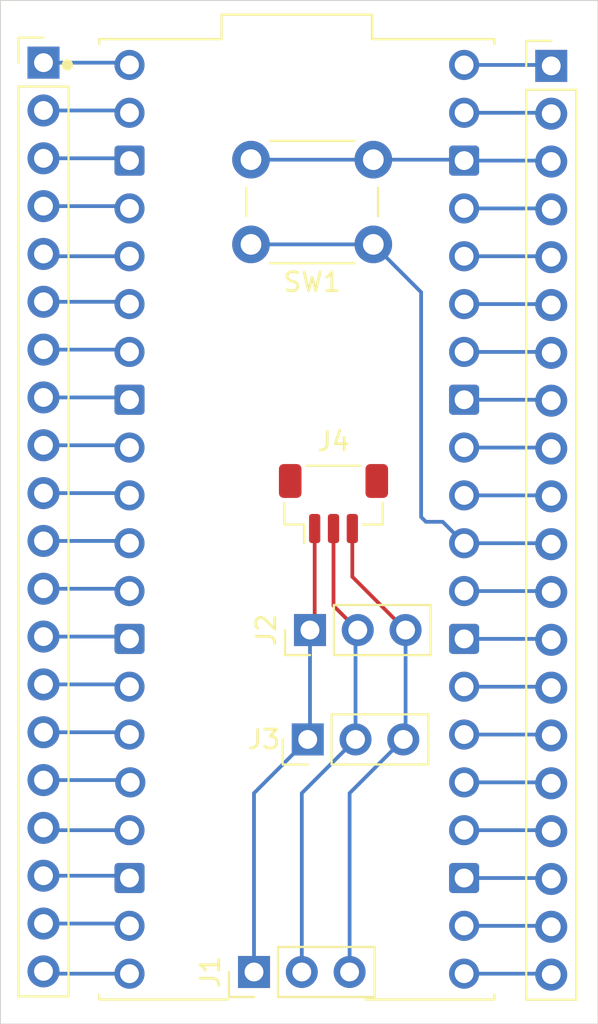
<source format=kicad_pcb>
(kicad_pcb (version 20240108) (generator "pcbnew") (generator_version "8.0")
  (layers (0 "F.Cu" signal) (31 "B.Cu" signal) (34 "B.Paste" user) (35 "F.Paste" user) (36 "B.SilkS" user "B.Silkscreen") (37 "F.SilkS" user "F.Silkscreen") (38 "B.Mask" user) (39 "F.Mask" user) (44 "Edge.Cuts" user))
  (net 0 "")
  (net 1 "Net-(A1-VSYS)")
  (net 2 "Net-(A1-GP8)")
  (net 3 "Net-(A1-GP19)")
  (net 4 "Net-(A1-AGND)")
  (net 5 "Net-(J6-Pin_13)")
  (net 6 "Net-(A1-GP2)")
  (net 7 "Net-(A1-GP9)")
  (net 8 "Net-(A1-GP20)")
  (net 9 "Net-(J5-Pin_3)")
  (net 10 "Net-(A1-3V3_OUT)")
  (net 11 "Net-(A1-GP18)")
  (net 12 "Net-(A1-GP5)")
  (net 13 "Net-(J5-Pin_13)")
  (net 14 "Net-(A1-GP12)")
  (net 15 "Net-(A1-GP26)")
  (net 16 "Net-(A1-GP7)")
  (net 17 "Net-(A1-3V3_EN)")
  (net 18 "Net-(A1-GP22)")
  (net 19 "Net-(A1-ADC_VREF)")
  (net 20 "Net-(A1-GP13)")
  (net 21 "Net-(A1-GP17)")
  (net 22 "Net-(A1-VBUS)")
  (net 23 "Net-(A1-GP6)")
  (net 24 "Net-(A1-GP11)")
  (net 25 "Net-(A1-GP4)")
  (net 26 "Net-(A1-GP0)")
  (net 27 "Net-(A1-GP14)")
  (net 28 "Net-(A1-GP16)")
  (net 29 "Net-(A1-GP27)")
  (net 30 "Net-(A1-GP28)")
  (net 31 "Net-(A1-GP21)")
  (net 32 "Net-(A1-GP1)")
  (net 33 "Net-(J5-Pin_18)")
  (net 34 "Net-(A1-GP15)")
  (net 35 "Net-(A1-RUN)")
  (net 36 "Net-(A1-GP10)")
  (net 37 "Net-(A1-GP3)")
  (net 38 "Net-(J1-Pin_1)")
  (net 39 "Net-(J1-Pin_2)")
  (net 40 "Net-(J1-Pin_3)")
  (footprint "Connector_PinHeader_2.54mm:PinHeader_1x03_P2.54mm_Vertical" (layer "F.Cu") (at 56.905 80.55 90)
    (property "Reference" "J1" (at 0 -2.33 90) (layer "F.SilkS"))
    (property "Value" "Conn_01x03_Pin" (hide yes))
    (fp_line (start -1.33 -1.33) (end 0 -1.33) (stroke (width 0.12)) (layer "F.SilkS"))
    (fp_line (start -1.33 0) (end -1.33 -1.33) (stroke (width 0.12)) (layer "F.SilkS"))
    (fp_line (start 1.33 1.27) (end 1.33 6.41) (stroke (width 0.12)) (layer "F.SilkS"))
    (fp_line (start -1.33 1.27) (end 1.33 1.27) (stroke (width 0.12)) (layer "F.SilkS"))
    (fp_line (start -1.33 1.27) (end -1.33 6.41) (stroke (width 0.12)) (layer "F.SilkS"))
    (fp_line (start -1.33 6.41) (end 1.33 6.41) (stroke (width 0.12)) (layer "F.SilkS"))
    (pad "1" thru_hole rect (at 0 0 90) (size 1.7 1.7) (drill 1) (layers "*.Cu" "*.Mask") (net 38 "Net-(J1-Pin_1)"))
    (pad "2" thru_hole oval (at 0 2.54 90) (size 1.7 1.7) (drill 1) (layers "*.Cu" "*.Mask") (net 39 "Net-(J1-Pin_2)"))
    (pad "3" thru_hole oval (at 0 5.08 90) (size 1.7 1.7) (drill 1) (layers "*.Cu" "*.Mask") (net 40 "Net-(J1-Pin_3)"))
  )
  (footprint "Button_Switch_THT:SW_PUSH_6mm" (layer "F.Cu") (at 63.246 41.91 180)
    (property "Reference" "SW1" (at 3.25 -2 0) (layer "F.SilkS"))
    (property "Value" "RESET")
    (fp_line (start 6.75 3) (end 6.75 1.5) (stroke (width 0.12)) (layer "F.SilkS"))
    (fp_line (start 5.5 -1) (end 1 -1) (stroke (width 0.12)) (layer "F.SilkS"))
    (fp_line (start 1 5.5) (end 5.5 5.5) (stroke (width 0.12)) (layer "F.SilkS"))
    (fp_line (start -0.25 1.5) (end -0.25 3) (stroke (width 0.12)) (layer "F.SilkS"))
    (pad "1" thru_hole circle (at 0 0 270) (size 2 2) (drill 1.1) (layers "*.Cu" "*.Mask") (net 35 "Net-(A1-RUN)"))
    (pad "1" thru_hole circle (at 6.5 0 270) (size 2 2) (drill 1.1) (layers "*.Cu" "*.Mask") (net 35 "Net-(A1-RUN)"))
    (pad "2" thru_hole circle (at 0 4.5 270) (size 2 2) (drill 1.1) (layers "*.Cu" "*.Mask") (net 9 "Net-(J5-Pin_3)"))
    (pad "2" thru_hole circle (at 6.5 4.5 270) (size 2 2) (drill 1.1) (layers "*.Cu" "*.Mask") (net 9 "Net-(J5-Pin_3)"))
  )
  (footprint "Raspberry_Pi_Pico_W_Kicad_Files:MODULE_SC0918" (layer "F.Cu") (at 59.18 56.51)
    (property "Reference" "A1" (hide yes))
    (property "Value" "SC0918" (hide yes))
    (fp_line (start -10.5 -25.5) (end -4 -25.5) (stroke (width 0.127)) (layer "F.SilkS"))
    (fp_line (start -10.5 -25.25) (end -10.5 -25.5) (stroke (width 0.127)) (layer "F.SilkS"))
    (fp_line (start -10.5 25.5) (end -10.5 25.25) (stroke (width 0.127)) (layer "F.SilkS"))
    (fp_line (start -4 -26.8) (end 4 -26.8) (stroke (width 0.127)) (layer "F.SilkS"))
    (fp_line (start -4 -25.5) (end -4 -26.8) (stroke (width 0.127)) (layer "F.SilkS"))
    (fp_line (start -3.66 25.5) (end -10.5 25.5) (stroke (width 0.127)) (layer "F.SilkS"))
    (fp_line (start 4 -26.8) (end 4 -25.5) (stroke (width 0.127)) (layer "F.SilkS"))
    (fp_line (start 4 -25.5) (end 10.5 -25.5) (stroke (width 0.127)) (layer "F.SilkS"))
    (fp_line (start 10.5 -25.5) (end 10.5 -25.25) (stroke (width 0.127)) (layer "F.SilkS"))
    (fp_line (start 10.5 25.5) (end 3.66 25.5) (stroke (width 0.127)) (layer "F.SilkS"))
    (fp_line (start 10.5 25.5) (end 10.5 25.25) (stroke (width 0.127)) (layer "F.SilkS"))
    (fp_circle (center -12.19 -24.13) (end -11.99 -24.13) (stroke (width 0.2)) (fill solid) (layer "F.SilkS"))
    (pad "1" thru_hole circle (at -8.89 -24.13) (size 1.6 1.6) (drill 1) (layers "*.Cu" "*.Mask") (net 26 "Net-(A1-GP0)"))
    (pad "2" thru_hole circle (at -8.89 -21.59) (size 1.6 1.6) (drill 1) (layers "*.Cu" "*.Mask") (net 32 "Net-(A1-GP1)"))
    (pad "3" thru_hole roundrect (at -8.89 -19.05) (size 1.6 1.6) (drill 1) (layers "*.Cu" "*.Mask") (roundrect_rratio 0.125) (net 5 "Net-(J6-Pin_13)"))
    (pad "4" thru_hole circle (at -8.89 -16.51) (size 1.6 1.6) (drill 1) (layers "*.Cu" "*.Mask") (net 6 "Net-(A1-GP2)"))
    (pad "5" thru_hole circle (at -8.89 -13.97) (size 1.6 1.6) (drill 1) (layers "*.Cu" "*.Mask") (net 37 "Net-(A1-GP3)"))
    (pad "6" thru_hole circle (at -8.89 -11.43) (size 1.6 1.6) (drill 1) (layers "*.Cu" "*.Mask") (net 25 "Net-(A1-GP4)"))
    (pad "7" thru_hole circle (at -8.89 -8.89) (size 1.6 1.6) (drill 1) (layers "*.Cu" "*.Mask") (net 12 "Net-(A1-GP5)"))
    (pad "8" thru_hole roundrect (at -8.89 -6.35) (size 1.6 1.6) (drill 1) (layers "*.Cu" "*.Mask") (roundrect_rratio 0.125) (net 5 "Net-(J6-Pin_13)"))
    (pad "9" thru_hole circle (at -8.89 -3.81) (size 1.6 1.6) (drill 1) (layers "*.Cu" "*.Mask") (net 23 "Net-(A1-GP6)"))
    (pad "10" thru_hole circle (at -8.89 -1.27) (size 1.6 1.6) (drill 1) (layers "*.Cu" "*.Mask") (net 16 "Net-(A1-GP7)"))
    (pad "11" thru_hole circle (at -8.89 1.27) (size 1.6 1.6) (drill 1) (layers "*.Cu" "*.Mask") (net 2 "Net-(A1-GP8)"))
    (pad "12" thru_hole circle (at -8.89 3.81) (size 1.6 1.6) (drill 1) (layers "*.Cu" "*.Mask") (net 7 "Net-(A1-GP9)"))
    (pad "13" thru_hole roundrect (at -8.89 6.35) (size 1.6 1.6) (drill 1) (layers "*.Cu" "*.Mask") (roundrect_rratio 0.125) (net 5 "Net-(J6-Pin_13)"))
    (pad "14" thru_hole circle (at -8.89 8.89) (size 1.6 1.6) (drill 1) (layers "*.Cu" "*.Mask") (net 36 "Net-(A1-GP10)"))
    (pad "15" thru_hole circle (at -8.89 11.43) (size 1.6 1.6) (drill 1) (layers "*.Cu" "*.Mask") (net 24 "Net-(A1-GP11)"))
    (pad "16" thru_hole circle (at -8.848119 13.97) (size 1.6 1.6) (drill 1) (layers "*.Cu" "*.Mask") (net 14 "Net-(A1-GP12)"))
    (pad "17" thru_hole circle (at -8.89 16.51) (size 1.6 1.6) (drill 1) (layers "*.Cu" "*.Mask") (net 20 "Net-(A1-GP13)"))
    (pad "18" thru_hole roundrect (at -8.89 19.05) (size 1.6 1.6) (drill 1) (layers "*.Cu" "*.Mask") (roundrect_rratio 0.125) (net 5 "Net-(J6-Pin_13)"))
    (pad "19" thru_hole circle (at -8.89 21.59) (size 1.6 1.6) (drill 1) (layers "*.Cu" "*.Mask") (net 27 "Net-(A1-GP14)"))
    (pad "20" thru_hole circle (at -8.89 24.13) (size 1.6 1.6) (drill 1) (layers "*.Cu" "*.Mask") (net 34 "Net-(A1-GP15)"))
    (pad "21" thru_hole circle (at 8.89 24.13) (size 1.6 1.6) (drill 1) (layers "*.Cu" "*.Mask") (net 28 "Net-(A1-GP16)"))
    (pad "22" thru_hole circle (at 8.89 21.59) (size 1.6 1.6) (drill 1) (layers "*.Cu" "*.Mask") (net 21 "Net-(A1-GP17)"))
    (pad "23" thru_hole roundrect (at 8.89 19.05) (size 1.6 1.6) (drill 1) (layers "*.Cu" "*.Mask") (roundrect_rratio 0.125) (net 33 "Net-(J5-Pin_18)"))
    (pad "24" thru_hole circle (at 8.89 16.51) (size 1.6 1.6) (drill 1) (layers "*.Cu" "*.Mask") (net 11 "Net-(A1-GP18)"))
    (pad "25" thru_hole circle (at 8.89 13.97) (size 1.6 1.6) (drill 1) (layers "*.Cu" "*.Mask") (net 3 "Net-(A1-GP19)"))
    (pad "26" thru_hole circle (at 8.89 11.43) (size 1.6 1.6) (drill 1) (layers "*.Cu" "*.Mask") (net 8 "Net-(A1-GP20)"))
    (pad "27" thru_hole circle (at 8.89 8.89) (size 1.6 1.6) (drill 1) (layers "*.Cu" "*.Mask") (net 31 "Net-(A1-GP21)"))
    (pad "28" thru_hole roundrect (at 8.89 6.35) (size 1.6 1.6) (drill 1) (layers "*.Cu" "*.Mask") (roundrect_rratio 0.125) (net 13 "Net-(J5-Pin_13)"))
    (pad "29" thru_hole circle (at 8.89 3.81) (size 1.6 1.6) (drill 1) (layers "*.Cu" "*.Mask") (net 18 "Net-(A1-GP22)"))
    (pad "30" thru_hole circle (at 8.89 1.27) (size 1.6 1.6) (drill 1) (layers "*.Cu" "*.Mask") (net 35 "Net-(A1-RUN)"))
    (pad "31" thru_hole circle (at 8.89 -1.27) (size 1.6 1.6) (drill 1) (layers "*.Cu" "*.Mask") (net 15 "Net-(A1-GP26)"))
    (pad "32" thru_hole circle (at 8.89 -3.81) (size 1.6 1.6) (drill 1) (layers "*.Cu" "*.Mask") (net 29 "Net-(A1-GP27)"))
    (pad "33" thru_hole roundrect (at 8.89 -6.35) (size 1.6 1.6) (drill 1) (layers "*.Cu" "*.Mask") (roundrect_rratio 0.125) (net 4 "Net-(A1-AGND)"))
    (pad "34" thru_hole circle (at 8.89 -8.89) (size 1.6 1.6) (drill 1) (layers "*.Cu" "*.Mask") (net 30 "Net-(A1-GP28)"))
    (pad "35" thru_hole circle (at 8.89 -11.43) (size 1.6 1.6) (drill 1) (layers "*.Cu" "*.Mask") (net 19 "Net-(A1-ADC_VREF)"))
    (pad "36" thru_hole circle (at 8.89 -13.97) (size 1.6 1.6) (drill 1) (layers "*.Cu" "*.Mask") (net 10 "Net-(A1-3V3_OUT)"))
    (pad "37" thru_hole circle (at 8.89 -16.51) (size 1.6 1.6) (drill 1) (layers "*.Cu" "*.Mask") (net 17 "Net-(A1-3V3_EN)"))
    (pad "38" thru_hole roundrect (at 8.89 -19.05) (size 1.6 1.6) (drill 1) (layers "*.Cu" "*.Mask") (roundrect_rratio 0.125) (net 9 "Net-(J5-Pin_3)"))
    (pad "39" thru_hole circle (at 8.89 -21.59) (size 1.6 1.6) (drill 1) (layers "*.Cu" "*.Mask") (net 1 "Net-(A1-VSYS)"))
    (pad "40" thru_hole circle (at 8.89 -24.13) (size 1.6 1.6) (drill 1) (layers "*.Cu" "*.Mask") (net 22 "Net-(A1-VBUS)"))
  )
  (footprint "Connector_PinHeader_2.54mm:PinHeader_1x20_P2.54mm_Vertical" (layer "F.Cu") (at 45.72 32.258)
    (property "Reference" "J6" (hide yes))
    (property "Value" "Conn_01x20_Pin" (hide yes))
    (fp_line (start -1.33 -1.33) (end 0 -1.33) (stroke (width 0.12)) (layer "F.SilkS"))
    (fp_line (start -1.33 0) (end -1.33 -1.33) (stroke (width 0.12)) (layer "F.SilkS"))
    (fp_line (start -1.33 1.27) (end -1.33 49.59) (stroke (width 0.12)) (layer "F.SilkS"))
    (fp_line (start -1.33 1.27) (end 1.33 1.27) (stroke (width 0.12)) (layer "F.SilkS"))
    (fp_line (start -1.33 49.59) (end 1.33 49.59) (stroke (width 0.12)) (layer "F.SilkS"))
    (fp_line (start 1.33 1.27) (end 1.33 49.59) (stroke (width 0.12)) (layer "F.SilkS"))
    (pad "1" thru_hole rect (at 0 0) (size 1.7 1.7) (drill 1) (layers "*.Cu" "*.Mask") (net 26 "Net-(A1-GP0)"))
    (pad "2" thru_hole oval (at 0 2.54) (size 1.7 1.7) (drill 1) (layers "*.Cu" "*.Mask") (net 32 "Net-(A1-GP1)"))
    (pad "3" thru_hole oval (at 0 5.08) (size 1.7 1.7) (drill 1) (layers "*.Cu" "*.Mask") (net 5 "Net-(J6-Pin_13)"))
    (pad "4" thru_hole oval (at 0 7.62) (size 1.7 1.7) (drill 1) (layers "*.Cu" "*.Mask") (net 6 "Net-(A1-GP2)"))
    (pad "5" thru_hole oval (at 0 10.16) (size 1.7 1.7) (drill 1) (layers "*.Cu" "*.Mask") (net 37 "Net-(A1-GP3)"))
    (pad "6" thru_hole oval (at 0 12.7) (size 1.7 1.7) (drill 1) (layers "*.Cu" "*.Mask") (net 25 "Net-(A1-GP4)"))
    (pad "7" thru_hole oval (at 0 15.24) (size 1.7 1.7) (drill 1) (layers "*.Cu" "*.Mask") (net 12 "Net-(A1-GP5)"))
    (pad "8" thru_hole oval (at 0 17.78) (size 1.7 1.7) (drill 1) (layers "*.Cu" "*.Mask") (net 5 "Net-(J6-Pin_13)"))
    (pad "9" thru_hole oval (at 0 20.32) (size 1.7 1.7) (drill 1) (layers "*.Cu" "*.Mask") (net 23 "Net-(A1-GP6)"))
    (pad "10" thru_hole oval (at 0 22.86) (size 1.7 1.7) (drill 1) (layers "*.Cu" "*.Mask") (net 16 "Net-(A1-GP7)"))
    (pad "11" thru_hole oval (at 0 25.4) (size 1.7 1.7) (drill 1) (layers "*.Cu" "*.Mask") (net 2 "Net-(A1-GP8)"))
    (pad "12" thru_hole oval (at 0 27.94) (size 1.7 1.7) (drill 1) (layers "*.Cu" "*.Mask") (net 7 "Net-(A1-GP9)"))
    (pad "13" thru_hole oval (at 0 30.48) (size 1.7 1.7) (drill 1) (layers "*.Cu" "*.Mask") (net 5 "Net-(J6-Pin_13)"))
    (pad "14" thru_hole oval (at 0 33.02) (size 1.7 1.7) (drill 1) (layers "*.Cu" "*.Mask") (net 36 "Net-(A1-GP10)"))
    (pad "15" thru_hole oval (at 0 35.56) (size 1.7 1.7) (drill 1) (layers "*.Cu" "*.Mask") (net 24 "Net-(A1-GP11)"))
    (pad "16" thru_hole oval (at 0 38.1) (size 1.7 1.7) (drill 1) (layers "*.Cu" "*.Mask") (net 14 "Net-(A1-GP12)"))
    (pad "17" thru_hole oval (at 0 40.64) (size 1.7 1.7) (drill 1) (layers "*.Cu" "*.Mask") (net 20 "Net-(A1-GP13)"))
    (pad "18" thru_hole oval (at 0 43.18) (size 1.7 1.7) (drill 1) (layers "*.Cu" "*.Mask") (net 5 "Net-(J6-Pin_13)"))
    (pad "19" thru_hole oval (at 0 45.72) (size 1.7 1.7) (drill 1) (layers "*.Cu" "*.Mask") (net 27 "Net-(A1-GP14)"))
    (pad "20" thru_hole oval (at 0 48.26) (size 1.7 1.7) (drill 1) (layers "*.Cu" "*.Mask") (net 34 "Net-(A1-GP15)"))
  )
  (footprint "Connector_JST:JST_SH_BM03B-SRSS-TB_1x03-1MP_P1.00mm_Vertical" (layer "F.Cu") (at 61.13 55.675)
    (property "Reference" "J4" (at 0 -3.3 0) (layer "F.SilkS"))
    (property "Value" "Conn_01x03_Socket" (hide yes))
    (fp_line (start -2.61 -0.04) (end -2.61 1.11) (stroke (width 0.12)) (layer "F.SilkS"))
    (fp_line (start -2.61 1.11) (end -1.56 1.11) (stroke (width 0.12)) (layer "F.SilkS"))
    (fp_line (start -1.56 1.11) (end -1.56 2.1) (stroke (width 0.12)) (layer "F.SilkS"))
    (fp_line (start -1.44 -2.01) (end 1.44 -2.01) (stroke (width 0.12)) (layer "F.SilkS"))
    (fp_line (start 2.61 -0.04) (end 2.61 1.11) (stroke (width 0.12)) (layer "F.SilkS"))
    (fp_line (start 2.61 1.11) (end 1.56 1.11) (stroke (width 0.12)) (layer "F.SilkS"))
    (pad "1" smd roundrect (at -1 1.325) (size 0.6 1.55) (layers "F.Cu" "F.Paste" "F.Mask") (net 38 "Net-(J1-Pin_1)"))
    (pad "2" smd roundrect (at 0 1.325) (size 0.6 1.55) (layers "F.Cu" "F.Paste" "F.Mask") (net 39 "Net-(J1-Pin_2)"))
    (pad "3" smd roundrect (at 1 1.325) (size 0.6 1.55) (layers "F.Cu" "F.Paste" "F.Mask") (net 40 "Net-(J1-Pin_3)"))
    (pad "MP" smd roundrect (at -2.3 -1.2) (size 1.2 1.8) (layers "F.Cu" "F.Paste" "F.Mask") (roundrect_rratio 0.208333))
    (pad "MP" smd roundrect (at 2.3 -1.2) (size 1.2 1.8) (layers "F.Cu" "F.Paste" "F.Mask") (roundrect_rratio 0.208333))
  )
  (footprint "Connector_PinHeader_2.54mm:PinHeader_1x03_P2.54mm_Vertical" (layer "F.Cu") (at 59.88 62.39 90)
    (property "Reference" "J2" (at 0 -2.33 90) (layer "F.SilkS"))
    (property "Value" "Conn_01x03_Pin" (hide yes))
    (fp_line (start -1.33 -1.33) (end 0 -1.33) (stroke (width 0.12)) (layer "F.SilkS"))
    (fp_line (start -1.33 0) (end -1.33 -1.33) (stroke (width 0.12)) (layer "F.SilkS"))
    (fp_line (start 1.33 1.27) (end 1.33 6.41) (stroke (width 0.12)) (layer "F.SilkS"))
    (fp_line (start -1.33 1.27) (end 1.33 1.27) (stroke (width 0.12)) (layer "F.SilkS"))
    (fp_line (start -1.33 1.27) (end -1.33 6.41) (stroke (width 0.12)) (layer "F.SilkS"))
    (fp_line (start -1.33 6.41) (end 1.33 6.41) (stroke (width 0.12)) (layer "F.SilkS"))
    (pad "1" thru_hole rect (at 0 0 90) (size 1.7 1.7) (drill 1) (layers "*.Cu" "*.Mask") (net 38 "Net-(J1-Pin_1)"))
    (pad "2" thru_hole oval (at 0 2.54 90) (size 1.7 1.7) (drill 1) (layers "*.Cu" "*.Mask") (net 39 "Net-(J1-Pin_2)"))
    (pad "3" thru_hole oval (at 0 5.08 90) (size 1.7 1.7) (drill 1) (layers "*.Cu" "*.Mask") (net 40 "Net-(J1-Pin_3)"))
  )
  (footprint "Connector_PinHeader_2.54mm:PinHeader_1x20_P2.54mm_Vertical" (layer "F.Cu") (at 72.7 32.43)
    (property "Reference" "J5" (hide yes))
    (property "Value" "Conn_01x20_Pin" (hide yes))
    (fp_line (start -1.33 -1.33) (end 0 -1.33) (stroke (width 0.12)) (layer "F.SilkS"))
    (fp_line (start -1.33 0) (end -1.33 -1.33) (stroke (width 0.12)) (layer "F.SilkS"))
    (fp_line (start -1.33 1.27) (end -1.33 49.59) (stroke (width 0.12)) (layer "F.SilkS"))
    (fp_line (start -1.33 1.27) (end 1.33 1.27) (stroke (width 0.12)) (layer "F.SilkS"))
    (fp_line (start -1.33 49.59) (end 1.33 49.59) (stroke (width 0.12)) (layer "F.SilkS"))
    (fp_line (start 1.33 1.27) (end 1.33 49.59) (stroke (width 0.12)) (layer "F.SilkS"))
    (pad "1" thru_hole rect (at 0 0) (size 1.7 1.7) (drill 1) (layers "*.Cu" "*.Mask") (net 22 "Net-(A1-VBUS)"))
    (pad "2" thru_hole oval (at 0 2.54) (size 1.7 1.7) (drill 1) (layers "*.Cu" "*.Mask") (net 1 "Net-(A1-VSYS)"))
    (pad "3" thru_hole oval (at 0 5.08) (size 1.7 1.7) (drill 1) (layers "*.Cu" "*.Mask") (net 9 "Net-(J5-Pin_3)"))
    (pad "4" thru_hole oval (at 0 7.62) (size 1.7 1.7) (drill 1) (layers "*.Cu" "*.Mask") (net 17 "Net-(A1-3V3_EN)"))
    (pad "5" thru_hole oval (at 0 10.16) (size 1.7 1.7) (drill 1) (layers "*.Cu" "*.Mask") (net 10 "Net-(A1-3V3_OUT)"))
    (pad "6" thru_hole oval (at 0 12.7) (size 1.7 1.7) (drill 1) (layers "*.Cu" "*.Mask") (net 19 "Net-(A1-ADC_VREF)"))
    (pad "7" thru_hole oval (at 0 15.24) (size 1.7 1.7) (drill 1) (layers "*.Cu" "*.Mask") (net 30 "Net-(A1-GP28)"))
    (pad "8" thru_hole oval (at 0 17.78) (size 1.7 1.7) (drill 1) (layers "*.Cu" "*.Mask") (net 4 "Net-(A1-AGND)"))
    (pad "9" thru_hole oval (at 0 20.32) (size 1.7 1.7) (drill 1) (layers "*.Cu" "*.Mask") (net 29 "Net-(A1-GP27)"))
    (pad "10" thru_hole oval (at 0 22.86) (size 1.7 1.7) (drill 1) (layers "*.Cu" "*.Mask") (net 15 "Net-(A1-GP26)"))
    (pad "11" thru_hole oval (at 0 25.4) (size 1.7 1.7) (drill 1) (layers "*.Cu" "*.Mask") (net 35 "Net-(A1-RUN)"))
    (pad "12" thru_hole oval (at 0 27.94) (size 1.7 1.7) (drill 1) (layers "*.Cu" "*.Mask") (net 18 "Net-(A1-GP22)"))
    (pad "13" thru_hole oval (at 0 30.48) (size 1.7 1.7) (drill 1) (layers "*.Cu" "*.Mask") (net 13 "Net-(J5-Pin_13)"))
    (pad "14" thru_hole oval (at 0 33.02) (size 1.7 1.7) (drill 1) (layers "*.Cu" "*.Mask") (net 31 "Net-(A1-GP21)"))
    (pad "15" thru_hole oval (at 0 35.56) (size 1.7 1.7) (drill 1) (layers "*.Cu" "*.Mask") (net 8 "Net-(A1-GP20)"))
    (pad "16" thru_hole oval (at 0 38.1) (size 1.7 1.7) (drill 1) (layers "*.Cu" "*.Mask") (net 3 "Net-(A1-GP19)"))
    (pad "17" thru_hole oval (at 0 40.64) (size 1.7 1.7) (drill 1) (layers "*.Cu" "*.Mask") (net 11 "Net-(A1-GP18)"))
    (pad "18" thru_hole oval (at 0 43.18) (size 1.7 1.7) (drill 1) (layers "*.Cu" "*.Mask") (net 33 "Net-(J5-Pin_18)"))
    (pad "19" thru_hole oval (at 0 45.72) (size 1.7 1.7) (drill 1) (layers "*.Cu" "*.Mask") (net 21 "Net-(A1-GP17)"))
    (pad "20" thru_hole oval (at 0 48.26) (size 1.7 1.7) (drill 1) (layers "*.Cu" "*.Mask") (net 28 "Net-(A1-GP16)"))
  )
  (footprint "Connector_PinHeader_2.54mm:PinHeader_1x03_P2.54mm_Vertical" (layer "F.Cu") (at 59.76 68.2 90)
    (property "Reference" "J3" (at 0 -2.33 0) (layer "F.SilkS"))
    (property "Value" "Conn_01x03_Pin" (hide yes))
    (fp_line (start -1.33 -1.33) (end 0 -1.33) (stroke (width 0.12)) (layer "F.SilkS"))
    (fp_line (start -1.33 0) (end -1.33 -1.33) (stroke (width 0.12)) (layer "F.SilkS"))
    (fp_line (start 1.33 1.27) (end 1.33 6.41) (stroke (width 0.12)) (layer "F.SilkS"))
    (fp_line (start -1.33 1.27) (end 1.33 1.27) (stroke (width 0.12)) (layer "F.SilkS"))
    (fp_line (start -1.33 1.27) (end -1.33 6.41) (stroke (width 0.12)) (layer "F.SilkS"))
    (fp_line (start -1.33 6.41) (end 1.33 6.41) (stroke (width 0.12)) (layer "F.SilkS"))
    (pad "1" thru_hole rect (at 0 0 90) (size 1.7 1.7) (drill 1) (layers "*.Cu" "*.Mask") (net 38 "Net-(J1-Pin_1)"))
    (pad "2" thru_hole oval (at 0 2.54 90) (size 1.7 1.7) (drill 1) (layers "*.Cu" "*.Mask") (net 39 "Net-(J1-Pin_2)"))
    (pad "3" thru_hole oval (at 0 5.08 90) (size 1.7 1.7) (drill 1) (layers "*.Cu" "*.Mask") (net 40 "Net-(J1-Pin_3)"))
  )
  (gr_rect (start 43.434 28.956) (end 75.184 83.312) (stroke (width 0.05)) (fill none) (layer "Edge.Cuts"))
  (segment (start 72.65 34.92) (end 72.7 34.97) (width 0.2) (layer "B.Cu") (net 1))
  (segment (start 68.07 34.92) (end 72.65 34.92) (width 0.2) (layer "B.Cu") (net 1))
  (segment (start 45.72 57.658) (end 50.168 57.658) (width 0.2) (layer "B.Cu") (net 2))
  (segment (start 50.168 57.658) (end 50.29 57.78) (width 0.2) (layer "B.Cu") (net 2))
  (segment (start 68.07 70.48) (end 72.65 70.48) (width 0.2) (layer "B.Cu") (net 3))
  (segment (start 72.65 70.48) (end 72.7 70.53) (width 0.2) (layer "B.Cu") (net 3))
  (segment (start 68.07 50.16) (end 72.65 50.16) (width 0.2) (layer "B.Cu") (net 4))
  (segment (start 72.65 50.16) (end 72.7 50.21) (width 0.2) (layer "B.Cu") (net 4))
  (segment (start 50.168 62.738) (end 50.29 62.86) (width 0.2) (layer "B.Cu") (net 5))
  (segment (start 50.168 37.338) (end 50.29 37.46) (width 0.2) (layer "B.Cu") (net 5))
  (segment (start 45.72 37.338) (end 50.168 37.338) (width 0.2) (layer "B.Cu") (net 5))
  (segment (start 45.72 62.738) (end 50.168 62.738) (width 0.2) (layer "B.Cu") (net 5))
  (segment (start 50.168 75.438) (end 50.29 75.56) (width 0.2) (layer "B.Cu") (net 5))
  (segment (start 50.168 50.038) (end 50.29 50.16) (width 0.2) (layer "B.Cu") (net 5))
  (segment (start 45.72 75.438) (end 50.168 75.438) (width 0.2) (layer "B.Cu") (net 5))
  (segment (start 45.72 50.038) (end 50.168 50.038) (width 0.2) (layer "B.Cu") (net 5))
  (segment (start 50.168 39.878) (end 50.29 40) (width 0.2) (layer "B.Cu") (net 6))
  (segment (start 45.72 39.878) (end 50.168 39.878) (width 0.2) (layer "B.Cu") (net 6))
  (segment (start 50.168 60.198) (end 50.29 60.32) (width 0.2) (layer "B.Cu") (net 7))
  (segment (start 45.72 60.198) (end 50.168 60.198) (width 0.2) (layer "B.Cu") (net 7))
  (segment (start 72.65 67.94) (end 72.7 67.99) (width 0.2) (layer "B.Cu") (net 8))
  (segment (start 68.07 67.94) (end 72.65 67.94) (width 0.2) (layer "B.Cu") (net 8))
  (segment (start 68.07 37.46) (end 67.696 37.46) (width 0.2) (layer "B.Cu") (net 9))
  (segment (start 68.02 37.41) (end 68.07 37.46) (width 0.2) (layer "B.Cu") (net 9))
  (segment (start 72.65 37.46) (end 72.7 37.51) (width 0.2) (layer "B.Cu") (net 9))
  (segment (start 68.07 37.46) (end 72.65 37.46) (width 0.2) (layer "B.Cu") (net 9))
  (segment (start 63.246 37.41) (end 56.746 37.41) (width 0.2) (layer "B.Cu") (net 9))
  (segment (start 63.246 37.41) (end 68.02 37.41) (width 0.2) (layer "B.Cu") (net 9))
  (segment (start 72.65 42.54) (end 72.7 42.59) (width 0.2) (layer "B.Cu") (net 10))
  (segment (start 68.07 42.54) (end 72.65 42.54) (width 0.2) (layer "B.Cu") (net 10))
  (segment (start 72.65 73.02) (end 72.7 73.07) (width 0.2) (layer "B.Cu") (net 11))
  (segment (start 68.07 73.02) (end 72.65 73.02) (width 0.2) (layer "B.Cu") (net 11))
  (segment (start 50.168 47.498) (end 50.29 47.62) (width 0.2) (layer "B.Cu") (net 12))
  (segment (start 45.72 47.498) (end 50.168 47.498) (width 0.2) (layer "B.Cu") (net 12))
  (segment (start 68.07 62.86) (end 72.65 62.86) (width 0.2) (layer "B.Cu") (net 13))
  (segment (start 72.65 62.86) (end 72.7 62.91) (width 0.2) (layer "B.Cu") (net 13))
  (segment (start 45.72 70.358) (end 50.209881 70.358) (width 0.2) (layer "B.Cu") (net 14))
  (segment (start 50.209881 70.358) (end 50.331881 70.48) (width 0.2) (layer "B.Cu") (net 14))
  (segment (start 72.65 55.24) (end 72.7 55.29) (width 0.2) (layer "B.Cu") (net 15))
  (segment (start 68.07 55.24) (end 72.65 55.24) (width 0.2) (layer "B.Cu") (net 15))
  (segment (start 50.168 55.118) (end 50.29 55.24) (width 0.2) (layer "B.Cu") (net 16))
  (segment (start 45.72 55.118) (end 50.168 55.118) (width 0.2) (layer "B.Cu") (net 16))
  (segment (start 68.07 40) (end 72.65 40) (width 0.2) (layer "B.Cu") (net 17))
  (segment (start 72.65 40) (end 72.7 40.05) (width 0.2) (layer "B.Cu") (net 17))
  (segment (start 68.07 60.32) (end 72.65 60.32) (width 0.2) (layer "B.Cu") (net 18))
  (segment (start 72.65 60.32) (end 72.7 60.37) (width 0.2) (layer "B.Cu") (net 18))
  (segment (start 72.65 45.08) (end 72.7 45.13) (width 0.2) (layer "B.Cu") (net 19))
  (segment (start 68.07 45.08) (end 72.65 45.08) (width 0.2) (layer "B.Cu") (net 19))
  (segment (start 45.842 73.02) (end 45.72 72.898) (width 0.2) (layer "B.Cu") (net 20))
  (segment (start 50.29 73.02) (end 45.842 73.02) (width 0.2) (layer "B.Cu") (net 20))
  (segment (start 68.07 78.1) (end 72.65 78.1) (width 0.2) (layer "B.Cu") (net 21))
  (segment (start 72.65 78.1) (end 72.7 78.15) (width 0.2) (layer "B.Cu") (net 21))
  (segment (start 68.12 32.43) (end 68.07 32.38) (width 0.2) (layer "B.Cu") (net 22))
  (segment (start 72.65 32.38) (end 72.7 32.43) (width 0.2) (layer "B.Cu") (net 22))
  (segment (start 68.07 32.38) (end 72.65 32.38) (width 0.2) (layer "B.Cu") (net 22))
  (segment (start 45.72 52.578) (end 50.168 52.578) (width 0.2) (layer "B.Cu") (net 23))
  (segment (start 50.168 52.578) (end 50.29 52.7) (width 0.2) (layer "B.Cu") (net 23))
  (segment (start 50.168 67.818) (end 50.29 67.94) (width 0.2) (layer "B.Cu") (net 24))
  (segment (start 45.72 67.818) (end 50.168 67.818) (width 0.2) (layer "B.Cu") (net 24))
  (segment (start 45.72 44.958) (end 50.168 44.958) (width 0.2) (layer "B.Cu") (net 25))
  (segment (start 50.168 44.958) (end 50.29 45.08) (width 0.2) (layer "B.Cu") (net 25))
  (segment (start 50.168 32.258) (end 50.29 32.38) (width 0.2) (layer "B.Cu") (net 26))
  (segment (start 45.72 32.258) (end 50.168 32.258) (width 0.2) (layer "B.Cu") (net 26))
  (segment (start 50.29 78.1) (end 49.662 78.1) (width 0.2) (layer "B.Cu") (net 27))
  (segment (start 49.662 78.1) (end 49.54 77.978) (width 0.2) (layer "B.Cu") (net 27))
  (segment (start 49.54 77.978) (end 45.72 77.978) (width 0.2) (layer "B.Cu") (net 27))
  (segment (start 68.07 80.64) (end 72.65 80.64) (width 0.2) (layer "B.Cu") (net 28))
  (segment (start 72.65 80.64) (end 72.7 80.69) (width 0.2) (layer "B.Cu") (net 28))
  (segment (start 72.65 52.7) (end 72.7 52.75) (width 0.2) (layer "B.Cu") (net 29))
  (segment (start 68.07 52.7) (end 72.65 52.7) (width 0.2) (layer "B.Cu") (net 29))
  (segment (start 68.07 47.62) (end 72.65 47.62) (width 0.2) (layer "B.Cu") (net 30))
  (segment (start 72.65 47.62) (end 72.7 47.67) (width 0.2) (layer "B.Cu") (net 30))
  (segment (start 68.07 65.4) (end 72.65 65.4) (width 0.2) (layer "B.Cu") (net 31))
  (segment (start 72.65 65.4) (end 72.7 65.45) (width 0.2) (layer "B.Cu") (net 31))
  (segment (start 50.168 34.798) (end 50.29 34.92) (width 0.2) (layer "B.Cu") (net 32))
  (segment (start 45.72 34.798) (end 50.168 34.798) (width 0.2) (layer "B.Cu") (net 32))
  (segment (start 72.65 75.56) (end 72.7 75.61) (width 0.2) (layer "B.Cu") (net 33))
  (segment (start 68.07 75.56) (end 72.65 75.56) (width 0.2) (layer "B.Cu") (net 33))
  (segment (start 45.842 80.64) (end 45.72 80.518) (width 0.2) (layer "B.Cu") (net 34))
  (segment (start 50.29 80.64) (end 45.842 80.64) (width 0.2) (layer "B.Cu") (net 34))
  (segment (start 72.65 57.78) (end 72.7 57.83) (width 0.2) (layer "B.Cu") (net 35))
  (segment (start 68.07 57.78) (end 72.65 57.78) (width 0.2) (layer "B.Cu") (net 35))
  (segment (start 65.786 56.388) (end 66.04 56.642) (width 0.2) (layer "B.Cu") (net 35))
  (segment (start 65.786 44.45) (end 65.786 56.388) (width 0.2) (layer "B.Cu") (net 35))
  (segment (start 66.04 56.642) (end 66.932 56.642) (width 0.2) (layer "B.Cu") (net 35))
  (segment (start 63.246 41.91) (end 56.746 41.91) (width 0.2) (layer "B.Cu") (net 35))
  (segment (start 63.246 41.91) (end 65.786 44.45) (width 0.2) (layer "B.Cu") (net 35))
  (segment (start 66.932 56.642) (end 68.07 57.78) (width 0.2) (layer "B.Cu") (net 35))
  (segment (start 45.72 65.278) (end 50.168 65.278) (width 0.2) (layer "B.Cu") (net 36))
  (segment (start 50.168 65.278) (end 50.29 65.4) (width 0.2) (layer "B.Cu") (net 36))
  (segment (start 45.72 42.418) (end 45.974 42.418) (width 0.2) (layer "B.Cu") (net 37))
  (segment (start 46.096 42.54) (end 50.29 42.54) (width 0.2) (layer "B.Cu") (net 37))
  (segment (start 45.974 42.418) (end 46.096 42.54) (width 0.2) (layer "B.Cu") (net 37))
  (segment (start 60.13 57) (end 60.13 62.14) (width 0.2) (layer "F.Cu") (net 38))
  (segment (start 60.13 62.14) (end 59.88 62.39) (width 0.2) (layer "F.Cu") (net 38))
  (segment (start 56.905 71.055) (end 59.76 68.2) (width 0.2) (layer "B.Cu") (net 38))
  (segment (start 56.905 80.55) (end 56.905 71.055) (width 0.2) (layer "B.Cu") (net 38))
  (segment (start 59.88 62.39) (end 59.88 68.08) (width 0.2) (layer "B.Cu") (net 38))
  (segment (start 59.88 68.08) (end 59.76 68.2) (width 0.2) (layer "B.Cu") (net 38))
  (segment (start 61.13 57) (end 61.13 61.1) (width 0.2) (layer "F.Cu") (net 39))
  (segment (start 61.13 61.1) (end 62.42 62.39) (width 0.2) (layer "F.Cu") (net 39))
  (segment (start 59.445 80.55) (end 59.445 71.055) (width 0.2) (layer "B.Cu") (net 39))
  (segment (start 62.3 68.2) (end 62.3 62.51) (width 0.2) (layer "B.Cu") (net 39))
  (segment (start 62.3 62.51) (end 62.42 62.39) (width 0.2) (layer "B.Cu") (net 39))
  (segment (start 59.445 71.055) (end 62.3 68.2) (width 0.2) (layer "B.Cu") (net 39))
  (segment (start 62.13 57) (end 62.13 59.56) (width 0.2) (layer "F.Cu") (net 40))
  (segment (start 62.13 59.56) (end 64.96 62.39) (width 0.2) (layer "F.Cu") (net 40))
  (segment (start 61.985 80.55) (end 61.985 71.055) (width 0.2) (layer "B.Cu") (net 40))
  (segment (start 61.985 71.055) (end 64.84 68.2) (width 0.2) (layer "B.Cu") (net 40))
  (segment (start 64.96 68.08) (end 64.84 68.2) (width 0.2) (layer "B.Cu") (net 40))
  (segment (start 64.96 62.39) (end 64.96 68.08) (width 0.2) (layer "B.Cu") (net 40))
)
</source>
